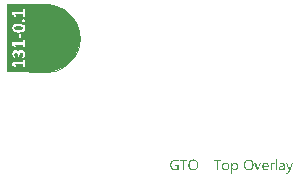
<source format=gto>
G04*
G04 #@! TF.GenerationSoftware,Altium Limited,Altium Designer,22.5.1 (42)*
G04*
G04 Layer_Color=65535*
%FSLAX44Y44*%
%MOMM*%
G71*
G04*
G04 #@! TF.SameCoordinates,4FFD5CCC-AD45-4947-A22B-06A3F304AFED*
G04*
G04*
G04 #@! TF.FilePolarity,Positive*
G04*
G01*
G75*
%ADD10C,0.0800*%
%ADD11C,0.0100*%
G36*
X34506Y28500D02*
X46815Y28500D01*
X48082Y28500D01*
X48082Y28500D01*
X48082Y28500D01*
X50243Y28500D01*
X54674Y27798D01*
X58940Y26412D01*
X62937Y24376D01*
X66567Y21739D01*
X69739Y18567D01*
X72375Y14937D01*
X74412Y10940D01*
X75798Y6674D01*
X76500Y2243D01*
X76500Y-2243D01*
X75798Y-6674D01*
X74412Y-10940D01*
X72375Y-14937D01*
X69739Y-18567D01*
X66567Y-21739D01*
X62937Y-24376D01*
X58940Y-26412D01*
X54674Y-27798D01*
X50243Y-28500D01*
X48082Y-28500D01*
X48082Y-28500D01*
X48071Y-28500D01*
X34506Y-28500D01*
X34506Y-28850D01*
X15000Y-28850D01*
X15000Y28850D01*
X34506Y28850D01*
X34506Y28500D01*
X34506Y28500D02*
G37*
G36*
X157874Y-102762D02*
X158000Y-102770D01*
X158149Y-102778D01*
X158306Y-102793D01*
X158486Y-102817D01*
X158675Y-102840D01*
X158871Y-102872D01*
X159075Y-102911D01*
X159279Y-102958D01*
X159483Y-103013D01*
X159687Y-103076D01*
X159891Y-103146D01*
X160079Y-103233D01*
X160079Y-104387D01*
X160064Y-104379D01*
X160032Y-104355D01*
X159970Y-104324D01*
X159891Y-104277D01*
X159781Y-104229D01*
X159656Y-104167D01*
X159514Y-104112D01*
X159350Y-104041D01*
X159177Y-103978D01*
X158981Y-103916D01*
X158769Y-103861D01*
X158541Y-103814D01*
X158298Y-103766D01*
X158047Y-103735D01*
X157788Y-103712D01*
X157513Y-103704D01*
X157450Y-103704D01*
X157372Y-103712D01*
X157262Y-103719D01*
X157136Y-103735D01*
X156987Y-103759D01*
X156822Y-103790D01*
X156642Y-103829D01*
X156454Y-103884D01*
X156257Y-103955D01*
X156053Y-104041D01*
X155841Y-104143D01*
X155637Y-104261D01*
X155441Y-104394D01*
X155245Y-104559D01*
X155056Y-104740D01*
X155049Y-104747D01*
X155017Y-104787D01*
X154970Y-104842D01*
X154907Y-104928D01*
X154837Y-105030D01*
X154750Y-105148D01*
X154664Y-105297D01*
X154578Y-105462D01*
X154491Y-105642D01*
X154405Y-105846D01*
X154319Y-106066D01*
X154248Y-106302D01*
X154185Y-106553D01*
X154138Y-106820D01*
X154107Y-107110D01*
X154099Y-107408D01*
X154099Y-107416D01*
X154099Y-107424D01*
X154099Y-107448D01*
X154099Y-107479D01*
X154099Y-107526D01*
X154107Y-107573D01*
X154115Y-107691D01*
X154122Y-107832D01*
X154146Y-107997D01*
X154170Y-108177D01*
X154209Y-108374D01*
X154256Y-108586D01*
X154319Y-108805D01*
X154389Y-109025D01*
X154476Y-109253D01*
X154578Y-109472D01*
X154695Y-109684D01*
X154829Y-109888D01*
X154986Y-110077D01*
X154994Y-110085D01*
X155025Y-110116D01*
X155080Y-110163D01*
X155151Y-110226D01*
X155237Y-110296D01*
X155347Y-110383D01*
X155472Y-110469D01*
X155622Y-110555D01*
X155786Y-110650D01*
X155967Y-110736D01*
X156163Y-110815D01*
X156383Y-110893D01*
X156610Y-110956D01*
X156862Y-111003D01*
X157121Y-111034D01*
X157403Y-111042D01*
X157505Y-111042D01*
X157576Y-111034D01*
X157670Y-111026D01*
X157772Y-111019D01*
X157890Y-111011D01*
X158023Y-110987D01*
X158157Y-110971D01*
X158306Y-110940D01*
X158604Y-110870D01*
X158761Y-110822D01*
X158910Y-110760D01*
X159059Y-110697D01*
X159208Y-110626D01*
X159208Y-108122D01*
X157254Y-108122D01*
X157254Y-107173D01*
X160260Y-107173D01*
X160260Y-111223D01*
X160244Y-111230D01*
X160197Y-111254D01*
X160127Y-111293D01*
X160025Y-111340D01*
X159899Y-111395D01*
X159750Y-111458D01*
X159577Y-111529D01*
X159381Y-111599D01*
X159169Y-111670D01*
X158934Y-111741D01*
X158690Y-111803D01*
X158431Y-111858D01*
X158157Y-111905D01*
X157866Y-111945D01*
X157576Y-111968D01*
X157270Y-111976D01*
X157183Y-111976D01*
X157144Y-111968D01*
X157089Y-111968D01*
X157026Y-111960D01*
X156956Y-111960D01*
X156791Y-111937D01*
X156603Y-111913D01*
X156398Y-111874D01*
X156171Y-111819D01*
X155928Y-111756D01*
X155676Y-111678D01*
X155417Y-111576D01*
X155158Y-111458D01*
X154899Y-111317D01*
X154648Y-111152D01*
X154405Y-110964D01*
X154177Y-110752D01*
X154162Y-110736D01*
X154130Y-110697D01*
X154067Y-110626D01*
X153997Y-110524D01*
X153903Y-110406D01*
X153808Y-110257D01*
X153699Y-110077D01*
X153589Y-109881D01*
X153479Y-109661D01*
X153369Y-109410D01*
X153275Y-109143D01*
X153181Y-108852D01*
X153110Y-108546D01*
X153047Y-108209D01*
X153016Y-107856D01*
X153000Y-107487D01*
X153000Y-107479D01*
X153000Y-107463D01*
X153000Y-107432D01*
X153000Y-107393D01*
X153008Y-107345D01*
X153008Y-107283D01*
X153016Y-107220D01*
X153024Y-107141D01*
X153032Y-107055D01*
X153039Y-106969D01*
X153071Y-106765D01*
X153110Y-106529D01*
X153165Y-106286D01*
X153236Y-106019D01*
X153322Y-105744D01*
X153424Y-105462D01*
X153549Y-105179D01*
X153706Y-104897D01*
X153879Y-104614D01*
X154083Y-104347D01*
X154311Y-104088D01*
X154326Y-104073D01*
X154374Y-104033D01*
X154444Y-103963D01*
X154546Y-103876D01*
X154680Y-103782D01*
X154829Y-103664D01*
X155009Y-103547D01*
X155221Y-103421D01*
X155449Y-103296D01*
X155700Y-103178D01*
X155967Y-103060D01*
X156265Y-102966D01*
X156579Y-102880D01*
X156909Y-102809D01*
X157262Y-102770D01*
X157631Y-102754D01*
X157772Y-102754D01*
X157874Y-102762D01*
X157874Y-102762D02*
G37*
G36*
X208074Y-105313D02*
X208160Y-105321D01*
X208262Y-105328D01*
X208380Y-105352D01*
X208513Y-105375D01*
X208662Y-105415D01*
X208811Y-105462D01*
X208968Y-105517D01*
X209125Y-105587D01*
X209290Y-105666D01*
X209447Y-105768D01*
X209596Y-105886D01*
X209746Y-106019D01*
X209879Y-106168D01*
X209887Y-106176D01*
X209910Y-106207D01*
X209942Y-106255D01*
X209989Y-106325D01*
X210036Y-106411D01*
X210099Y-106514D01*
X210161Y-106639D01*
X210224Y-106772D01*
X210287Y-106930D01*
X210350Y-107102D01*
X210413Y-107290D01*
X210460Y-107495D01*
X210507Y-107714D01*
X210538Y-107950D01*
X210562Y-108201D01*
X210570Y-108460D01*
X210570Y-108468D01*
X210570Y-108476D01*
X210570Y-108499D01*
X210570Y-108531D01*
X210562Y-108617D01*
X210554Y-108727D01*
X210546Y-108860D01*
X210530Y-109017D01*
X210507Y-109190D01*
X210475Y-109378D01*
X210428Y-109574D01*
X210381Y-109786D01*
X210318Y-109998D01*
X210240Y-110210D01*
X210154Y-110422D01*
X210051Y-110634D01*
X209926Y-110830D01*
X209792Y-111019D01*
X209785Y-111026D01*
X209753Y-111058D01*
X209714Y-111105D01*
X209651Y-111168D01*
X209573Y-111238D01*
X209479Y-111325D01*
X209361Y-111411D01*
X209235Y-111497D01*
X209094Y-111584D01*
X208929Y-111670D01*
X208757Y-111756D01*
X208568Y-111827D01*
X208364Y-111890D01*
X208144Y-111937D01*
X207909Y-111968D01*
X207666Y-111976D01*
X207611Y-111976D01*
X207548Y-111968D01*
X207461Y-111960D01*
X207360Y-111945D01*
X207242Y-111921D01*
X207108Y-111890D01*
X206959Y-111843D01*
X206810Y-111788D01*
X206653Y-111717D01*
X206496Y-111631D01*
X206331Y-111529D01*
X206174Y-111403D01*
X206025Y-111262D01*
X205884Y-111097D01*
X205751Y-110909D01*
X205727Y-110909D01*
X205727Y-114754D01*
X204707Y-114754D01*
X204707Y-105454D01*
X205727Y-105454D01*
X205727Y-106576D01*
X205751Y-106576D01*
X205758Y-106561D01*
X205790Y-106521D01*
X205829Y-106459D01*
X205892Y-106380D01*
X205970Y-106278D01*
X206064Y-106176D01*
X206182Y-106058D01*
X206308Y-105941D01*
X206457Y-105823D01*
X206622Y-105705D01*
X206802Y-105603D01*
X206998Y-105501D01*
X207210Y-105422D01*
X207446Y-105360D01*
X207689Y-105321D01*
X207956Y-105305D01*
X208011Y-105305D01*
X208074Y-105313D01*
X208074Y-105313D02*
G37*
G36*
X240928Y-105352D02*
X241014Y-105352D01*
X241108Y-105368D01*
X241210Y-105383D01*
X241313Y-105399D01*
X241399Y-105430D01*
X241399Y-106490D01*
X241383Y-106482D01*
X241352Y-106459D01*
X241289Y-106427D01*
X241203Y-106388D01*
X241085Y-106349D01*
X240959Y-106317D01*
X240802Y-106294D01*
X240622Y-106286D01*
X240559Y-106286D01*
X240512Y-106294D01*
X240457Y-106302D01*
X240394Y-106317D01*
X240245Y-106364D01*
X240159Y-106396D01*
X240072Y-106435D01*
X239978Y-106490D01*
X239884Y-106545D01*
X239798Y-106615D01*
X239704Y-106702D01*
X239617Y-106796D01*
X239531Y-106906D01*
X239523Y-106914D01*
X239515Y-106937D01*
X239492Y-106969D01*
X239460Y-107016D01*
X239429Y-107079D01*
X239390Y-107157D01*
X239350Y-107243D01*
X239311Y-107345D01*
X239272Y-107455D01*
X239233Y-107581D01*
X239193Y-107722D01*
X239162Y-107871D01*
X239131Y-108036D01*
X239107Y-108209D01*
X239099Y-108389D01*
X239091Y-108586D01*
X239091Y-111827D01*
X238071Y-111827D01*
X238071Y-105454D01*
X239091Y-105454D01*
X239091Y-106772D01*
X239115Y-106772D01*
X239115Y-106765D01*
X239123Y-106741D01*
X239139Y-106710D01*
X239154Y-106663D01*
X239178Y-106608D01*
X239209Y-106537D01*
X239280Y-106388D01*
X239374Y-106215D01*
X239492Y-106043D01*
X239625Y-105878D01*
X239782Y-105721D01*
X239790Y-105713D01*
X239806Y-105705D01*
X239829Y-105689D01*
X239860Y-105658D01*
X239900Y-105634D01*
X239955Y-105603D01*
X240072Y-105532D01*
X240222Y-105462D01*
X240394Y-105399D01*
X240583Y-105360D01*
X240685Y-105352D01*
X240787Y-105344D01*
X240849Y-105344D01*
X240928Y-105352D01*
X240928Y-105352D02*
G37*
G36*
X185234Y-108680D02*
X181836Y-108680D01*
X181836Y-107879D01*
X185234Y-107879D01*
X185234Y-108680D01*
X185234Y-108680D02*
G37*
G36*
X254216Y-112847D02*
X254216Y-112855D01*
X254208Y-112871D01*
X254192Y-112894D01*
X254176Y-112934D01*
X254161Y-112981D01*
X254137Y-113028D01*
X254074Y-113153D01*
X253988Y-113302D01*
X253894Y-113475D01*
X253776Y-113648D01*
X253643Y-113836D01*
X253493Y-114017D01*
X253329Y-114197D01*
X253148Y-114370D01*
X252952Y-114519D01*
X252740Y-114645D01*
X252630Y-114692D01*
X252512Y-114739D01*
X252395Y-114778D01*
X252269Y-114802D01*
X252144Y-114817D01*
X252010Y-114825D01*
X251947Y-114825D01*
X251869Y-114817D01*
X251775Y-114817D01*
X251673Y-114802D01*
X251563Y-114786D01*
X251445Y-114770D01*
X251343Y-114739D01*
X251343Y-113828D01*
X251359Y-113836D01*
X251398Y-113844D01*
X251461Y-113860D01*
X251539Y-113883D01*
X251633Y-113907D01*
X251735Y-113923D01*
X251845Y-113930D01*
X251947Y-113938D01*
X251979Y-113938D01*
X252018Y-113930D01*
X252073Y-113923D01*
X252136Y-113907D01*
X252214Y-113891D01*
X252293Y-113860D01*
X252387Y-113820D01*
X252473Y-113773D01*
X252575Y-113711D01*
X252669Y-113640D01*
X252764Y-113554D01*
X252858Y-113444D01*
X252952Y-113326D01*
X253030Y-113185D01*
X253109Y-113020D01*
X253619Y-111819D01*
X251131Y-105454D01*
X252261Y-105454D01*
X253988Y-110359D01*
X253988Y-110367D01*
X253996Y-110383D01*
X254004Y-110406D01*
X254019Y-110454D01*
X254035Y-110516D01*
X254051Y-110603D01*
X254082Y-110712D01*
X254114Y-110846D01*
X254153Y-110846D01*
X254153Y-110838D01*
X254161Y-110815D01*
X254168Y-110783D01*
X254184Y-110728D01*
X254200Y-110665D01*
X254216Y-110587D01*
X254247Y-110485D01*
X254278Y-110375D01*
X256091Y-105454D01*
X257143Y-105454D01*
X254216Y-112847D01*
X254216Y-112847D02*
G37*
G36*
X227774Y-111827D02*
X226769Y-111827D01*
X224359Y-105454D01*
X225474Y-105454D01*
X227099Y-110085D01*
X227099Y-110092D01*
X227107Y-110108D01*
X227114Y-110132D01*
X227130Y-110171D01*
X227146Y-110218D01*
X227162Y-110265D01*
X227193Y-110391D01*
X227232Y-110524D01*
X227271Y-110673D01*
X227295Y-110830D01*
X227318Y-110979D01*
X227342Y-110979D01*
X227342Y-110971D01*
X227342Y-110956D01*
X227350Y-110932D01*
X227358Y-110901D01*
X227358Y-110854D01*
X227373Y-110807D01*
X227389Y-110689D01*
X227421Y-110555D01*
X227452Y-110414D01*
X227499Y-110265D01*
X227546Y-110116D01*
X229233Y-105454D01*
X230309Y-105454D01*
X227774Y-111827D01*
X227774Y-111827D02*
G37*
G36*
X247999Y-105313D02*
X248055Y-105313D01*
X248109Y-105321D01*
X248180Y-105328D01*
X248258Y-105344D01*
X248423Y-105375D01*
X248620Y-105430D01*
X248816Y-105501D01*
X249028Y-105603D01*
X249240Y-105729D01*
X249342Y-105799D01*
X249444Y-105886D01*
X249538Y-105980D01*
X249632Y-106074D01*
X249718Y-106184D01*
X249797Y-106309D01*
X249875Y-106435D01*
X249946Y-106576D01*
X250001Y-106733D01*
X250056Y-106898D01*
X250095Y-107071D01*
X250126Y-107267D01*
X250142Y-107463D01*
X250150Y-107683D01*
X250150Y-111827D01*
X249130Y-111827D01*
X249130Y-110838D01*
X249106Y-110838D01*
X249098Y-110854D01*
X249075Y-110885D01*
X249035Y-110940D01*
X248981Y-111019D01*
X248910Y-111105D01*
X248824Y-111199D01*
X248729Y-111301D01*
X248612Y-111403D01*
X248478Y-111513D01*
X248337Y-111615D01*
X248172Y-111709D01*
X247999Y-111796D01*
X247803Y-111874D01*
X247599Y-111929D01*
X247379Y-111960D01*
X247144Y-111976D01*
X247050Y-111976D01*
X246987Y-111968D01*
X246909Y-111960D01*
X246814Y-111953D01*
X246712Y-111937D01*
X246602Y-111913D01*
X246359Y-111851D01*
X246241Y-111811D01*
X246116Y-111764D01*
X245990Y-111709D01*
X245873Y-111639D01*
X245763Y-111560D01*
X245653Y-111474D01*
X245645Y-111466D01*
X245629Y-111450D01*
X245606Y-111419D01*
X245567Y-111380D01*
X245527Y-111333D01*
X245488Y-111270D01*
X245433Y-111199D01*
X245386Y-111121D01*
X245339Y-111026D01*
X245292Y-110924D01*
X245245Y-110815D01*
X245205Y-110697D01*
X245166Y-110571D01*
X245143Y-110438D01*
X245127Y-110289D01*
X245119Y-110140D01*
X245119Y-110132D01*
X245119Y-110116D01*
X245119Y-110092D01*
X245127Y-110061D01*
X245127Y-110022D01*
X245135Y-109975D01*
X245151Y-109857D01*
X245182Y-109716D01*
X245229Y-109559D01*
X245292Y-109386D01*
X245386Y-109206D01*
X245496Y-109025D01*
X245629Y-108844D01*
X245716Y-108758D01*
X245802Y-108672D01*
X245904Y-108586D01*
X246006Y-108507D01*
X246124Y-108428D01*
X246249Y-108358D01*
X246383Y-108295D01*
X246532Y-108232D01*
X246689Y-108177D01*
X246854Y-108130D01*
X247034Y-108091D01*
X247222Y-108060D01*
X249130Y-107793D01*
X249130Y-107785D01*
X249130Y-107777D01*
X249130Y-107754D01*
X249130Y-107722D01*
X249122Y-107644D01*
X249106Y-107542D01*
X249090Y-107416D01*
X249059Y-107275D01*
X249020Y-107134D01*
X248965Y-106976D01*
X248894Y-106827D01*
X248808Y-106678D01*
X248706Y-106545D01*
X248580Y-106419D01*
X248423Y-106317D01*
X248251Y-106239D01*
X248157Y-106207D01*
X248047Y-106184D01*
X247937Y-106176D01*
X247819Y-106168D01*
X247764Y-106168D01*
X247709Y-106176D01*
X247623Y-106184D01*
X247521Y-106192D01*
X247403Y-106207D01*
X247270Y-106231D01*
X247128Y-106262D01*
X246971Y-106309D01*
X246807Y-106356D01*
X246634Y-106419D01*
X246453Y-106498D01*
X246273Y-106592D01*
X246092Y-106694D01*
X245912Y-106812D01*
X245739Y-106953D01*
X245739Y-105909D01*
X245747Y-105901D01*
X245778Y-105886D01*
X245833Y-105854D01*
X245904Y-105815D01*
X245998Y-105768D01*
X246100Y-105721D01*
X246226Y-105666D01*
X246367Y-105603D01*
X246516Y-105548D01*
X246681Y-105493D01*
X246861Y-105446D01*
X247050Y-105399D01*
X247254Y-105360D01*
X247458Y-105328D01*
X247678Y-105313D01*
X247905Y-105305D01*
X247960Y-105305D01*
X247999Y-105313D01*
X247999Y-105313D02*
G37*
G36*
X243526Y-111827D02*
X242505Y-111827D01*
X242505Y-102393D01*
X243526Y-102393D01*
X243526Y-111827D01*
X243526Y-111827D02*
G37*
G36*
X195971Y-103853D02*
X193397Y-103853D01*
X193397Y-111827D01*
X192353Y-111827D01*
X192353Y-103853D01*
X189779Y-103853D01*
X189779Y-102903D01*
X195971Y-102903D01*
X195971Y-103853D01*
X195971Y-103853D02*
G37*
G36*
X167606Y-103853D02*
X165032Y-103853D01*
X165032Y-111827D01*
X163988Y-111827D01*
X163988Y-103853D01*
X161414Y-103853D01*
X161414Y-102903D01*
X167606Y-102903D01*
X167606Y-103853D01*
X167606Y-103853D02*
G37*
G36*
X234029Y-105313D02*
X234115Y-105321D01*
X234225Y-105328D01*
X234343Y-105344D01*
X234476Y-105375D01*
X234618Y-105407D01*
X234775Y-105446D01*
X234932Y-105501D01*
X235089Y-105572D01*
X235253Y-105650D01*
X235410Y-105744D01*
X235560Y-105854D01*
X235709Y-105980D01*
X235842Y-106121D01*
X235850Y-106129D01*
X235873Y-106160D01*
X235905Y-106207D01*
X235952Y-106270D01*
X235999Y-106349D01*
X236062Y-106451D01*
X236125Y-106568D01*
X236187Y-106702D01*
X236250Y-106859D01*
X236313Y-107024D01*
X236376Y-107212D01*
X236423Y-107408D01*
X236470Y-107628D01*
X236501Y-107856D01*
X236525Y-108107D01*
X236533Y-108366D01*
X236533Y-108899D01*
X232028Y-108899D01*
X232028Y-108915D01*
X232028Y-108947D01*
X232036Y-109002D01*
X232043Y-109072D01*
X232051Y-109166D01*
X232067Y-109268D01*
X232083Y-109378D01*
X232114Y-109504D01*
X232185Y-109771D01*
X232232Y-109904D01*
X232287Y-110045D01*
X232349Y-110179D01*
X232420Y-110312D01*
X232506Y-110430D01*
X232601Y-110548D01*
X232608Y-110555D01*
X232624Y-110571D01*
X232656Y-110603D01*
X232703Y-110634D01*
X232757Y-110681D01*
X232828Y-110728D01*
X232907Y-110783D01*
X232993Y-110830D01*
X233095Y-110885D01*
X233213Y-110940D01*
X233330Y-110987D01*
X233472Y-111034D01*
X233613Y-111066D01*
X233770Y-111097D01*
X233935Y-111113D01*
X234107Y-111121D01*
X234155Y-111121D01*
X234209Y-111113D01*
X234288Y-111113D01*
X234382Y-111097D01*
X234492Y-111081D01*
X234618Y-111058D01*
X234759Y-111034D01*
X234908Y-110995D01*
X235065Y-110948D01*
X235230Y-110893D01*
X235395Y-110822D01*
X235567Y-110744D01*
X235740Y-110650D01*
X235913Y-110540D01*
X236085Y-110414D01*
X236085Y-111372D01*
X236077Y-111380D01*
X236046Y-111395D01*
X235999Y-111427D01*
X235936Y-111466D01*
X235850Y-111513D01*
X235748Y-111560D01*
X235630Y-111615D01*
X235497Y-111670D01*
X235340Y-111733D01*
X235175Y-111788D01*
X234994Y-111835D01*
X234798Y-111882D01*
X234586Y-111921D01*
X234359Y-111953D01*
X234115Y-111968D01*
X233864Y-111976D01*
X233801Y-111976D01*
X233739Y-111968D01*
X233644Y-111960D01*
X233527Y-111953D01*
X233393Y-111929D01*
X233252Y-111905D01*
X233095Y-111866D01*
X232930Y-111819D01*
X232757Y-111764D01*
X232577Y-111694D01*
X232404Y-111615D01*
X232224Y-111513D01*
X232059Y-111395D01*
X231894Y-111262D01*
X231745Y-111113D01*
X231737Y-111105D01*
X231714Y-111074D01*
X231674Y-111019D01*
X231627Y-110948D01*
X231565Y-110862D01*
X231502Y-110752D01*
X231431Y-110626D01*
X231360Y-110477D01*
X231290Y-110320D01*
X231219Y-110132D01*
X231156Y-109936D01*
X231094Y-109716D01*
X231047Y-109480D01*
X231007Y-109229D01*
X230984Y-108954D01*
X230976Y-108672D01*
X230976Y-108664D01*
X230976Y-108656D01*
X230976Y-108633D01*
X230976Y-108609D01*
X230984Y-108531D01*
X230992Y-108421D01*
X231000Y-108295D01*
X231023Y-108154D01*
X231047Y-107989D01*
X231078Y-107809D01*
X231125Y-107620D01*
X231180Y-107424D01*
X231251Y-107220D01*
X231329Y-107016D01*
X231423Y-106820D01*
X231541Y-106615D01*
X231667Y-106427D01*
X231816Y-106247D01*
X231824Y-106239D01*
X231855Y-106207D01*
X231902Y-106160D01*
X231965Y-106097D01*
X232051Y-106027D01*
X232153Y-105948D01*
X232263Y-105862D01*
X232397Y-105776D01*
X232538Y-105689D01*
X232703Y-105603D01*
X232875Y-105525D01*
X233056Y-105454D01*
X233252Y-105391D01*
X233464Y-105344D01*
X233684Y-105313D01*
X233911Y-105305D01*
X233966Y-105305D01*
X234029Y-105313D01*
X234029Y-105313D02*
G37*
G36*
X219705Y-102762D02*
X219760Y-102762D01*
X219815Y-102770D01*
X219886Y-102770D01*
X220043Y-102793D01*
X220223Y-102817D01*
X220427Y-102856D01*
X220647Y-102911D01*
X220875Y-102974D01*
X221118Y-103060D01*
X221361Y-103162D01*
X221612Y-103280D01*
X221864Y-103421D01*
X222099Y-103586D01*
X222335Y-103782D01*
X222554Y-104002D01*
X222570Y-104018D01*
X222602Y-104057D01*
X222656Y-104128D01*
X222735Y-104229D01*
X222813Y-104355D01*
X222915Y-104504D01*
X223017Y-104677D01*
X223120Y-104873D01*
X223221Y-105101D01*
X223323Y-105344D01*
X223426Y-105611D01*
X223512Y-105901D01*
X223582Y-106215D01*
X223638Y-106545D01*
X223669Y-106890D01*
X223685Y-107259D01*
X223685Y-107267D01*
X223685Y-107283D01*
X223685Y-107314D01*
X223685Y-107353D01*
X223677Y-107408D01*
X223677Y-107471D01*
X223669Y-107542D01*
X223669Y-107620D01*
X223661Y-107706D01*
X223653Y-107801D01*
X223622Y-108013D01*
X223590Y-108256D01*
X223543Y-108507D01*
X223480Y-108782D01*
X223402Y-109064D01*
X223308Y-109347D01*
X223198Y-109637D01*
X223064Y-109920D01*
X222908Y-110202D01*
X222727Y-110461D01*
X222523Y-110712D01*
X222507Y-110728D01*
X222468Y-110767D01*
X222405Y-110830D01*
X222311Y-110909D01*
X222193Y-111003D01*
X222052Y-111113D01*
X221895Y-111223D01*
X221707Y-111340D01*
X221495Y-111458D01*
X221259Y-111576D01*
X221008Y-111686D01*
X220734Y-111780D01*
X220435Y-111858D01*
X220121Y-111921D01*
X219784Y-111960D01*
X219431Y-111976D01*
X219344Y-111976D01*
X219305Y-111968D01*
X219250Y-111968D01*
X219187Y-111960D01*
X219117Y-111953D01*
X218952Y-111937D01*
X218771Y-111913D01*
X218559Y-111874D01*
X218340Y-111819D01*
X218096Y-111756D01*
X217853Y-111670D01*
X217602Y-111568D01*
X217343Y-111450D01*
X217092Y-111309D01*
X216848Y-111136D01*
X216605Y-110948D01*
X216385Y-110728D01*
X216370Y-110712D01*
X216338Y-110673D01*
X216283Y-110603D01*
X216205Y-110501D01*
X216119Y-110375D01*
X216024Y-110226D01*
X215922Y-110053D01*
X215820Y-109849D01*
X215710Y-109629D01*
X215608Y-109386D01*
X215514Y-109119D01*
X215428Y-108829D01*
X215349Y-108515D01*
X215294Y-108185D01*
X215263Y-107840D01*
X215247Y-107471D01*
X215247Y-107463D01*
X215247Y-107448D01*
X215247Y-107416D01*
X215247Y-107377D01*
X215255Y-107322D01*
X215255Y-107267D01*
X215263Y-107196D01*
X215263Y-107118D01*
X215271Y-107031D01*
X215287Y-106930D01*
X215310Y-106725D01*
X215341Y-106490D01*
X215396Y-106239D01*
X215451Y-105964D01*
X215530Y-105689D01*
X215624Y-105407D01*
X215734Y-105116D01*
X215867Y-104834D01*
X216024Y-104559D01*
X216205Y-104292D01*
X216409Y-104041D01*
X216425Y-104025D01*
X216464Y-103986D01*
X216527Y-103923D01*
X216621Y-103837D01*
X216739Y-103743D01*
X216888Y-103633D01*
X217052Y-103515D01*
X217241Y-103398D01*
X217461Y-103280D01*
X217696Y-103162D01*
X217955Y-103052D01*
X218238Y-102958D01*
X218544Y-102872D01*
X218866Y-102809D01*
X219211Y-102770D01*
X219580Y-102754D01*
X219658Y-102754D01*
X219705Y-102762D01*
X219705Y-102762D02*
G37*
G36*
X200186Y-105313D02*
X200288Y-105321D01*
X200406Y-105328D01*
X200547Y-105352D01*
X200696Y-105375D01*
X200861Y-105415D01*
X201041Y-105462D01*
X201222Y-105517D01*
X201402Y-105587D01*
X201591Y-105674D01*
X201771Y-105776D01*
X201952Y-105893D01*
X202117Y-106027D01*
X202274Y-106184D01*
X202281Y-106192D01*
X202305Y-106223D01*
X202344Y-106278D01*
X202399Y-106349D01*
X202462Y-106435D01*
X202525Y-106545D01*
X202603Y-106670D01*
X202674Y-106820D01*
X202752Y-106984D01*
X202823Y-107165D01*
X202886Y-107361D01*
X202949Y-107581D01*
X203004Y-107816D01*
X203043Y-108068D01*
X203066Y-108334D01*
X203074Y-108617D01*
X203074Y-108625D01*
X203074Y-108633D01*
X203074Y-108656D01*
X203074Y-108687D01*
X203066Y-108766D01*
X203058Y-108868D01*
X203051Y-109002D01*
X203027Y-109151D01*
X203004Y-109315D01*
X202964Y-109496D01*
X202917Y-109684D01*
X202862Y-109888D01*
X202792Y-110092D01*
X202713Y-110296D01*
X202611Y-110501D01*
X202493Y-110697D01*
X202360Y-110885D01*
X202211Y-111066D01*
X202203Y-111074D01*
X202172Y-111105D01*
X202125Y-111152D01*
X202054Y-111207D01*
X201968Y-111278D01*
X201866Y-111356D01*
X201740Y-111434D01*
X201599Y-111521D01*
X201442Y-111607D01*
X201269Y-111686D01*
X201081Y-111764D01*
X200877Y-111835D01*
X200649Y-111890D01*
X200413Y-111937D01*
X200170Y-111968D01*
X199903Y-111976D01*
X199841Y-111976D01*
X199770Y-111968D01*
X199668Y-111960D01*
X199550Y-111953D01*
X199409Y-111929D01*
X199260Y-111905D01*
X199095Y-111866D01*
X198914Y-111819D01*
X198734Y-111756D01*
X198545Y-111686D01*
X198357Y-111599D01*
X198169Y-111497D01*
X197980Y-111380D01*
X197808Y-111246D01*
X197643Y-111089D01*
X197635Y-111081D01*
X197604Y-111050D01*
X197564Y-110995D01*
X197509Y-110924D01*
X197447Y-110838D01*
X197376Y-110728D01*
X197305Y-110603D01*
X197227Y-110454D01*
X197148Y-110296D01*
X197070Y-110116D01*
X196999Y-109920D01*
X196936Y-109708D01*
X196882Y-109488D01*
X196842Y-109245D01*
X196811Y-108986D01*
X196803Y-108719D01*
X196803Y-108711D01*
X196803Y-108703D01*
X196803Y-108680D01*
X196803Y-108648D01*
X196811Y-108562D01*
X196819Y-108452D01*
X196827Y-108319D01*
X196850Y-108162D01*
X196874Y-107989D01*
X196913Y-107801D01*
X196960Y-107604D01*
X197015Y-107400D01*
X197086Y-107189D01*
X197172Y-106976D01*
X197274Y-106772D01*
X197384Y-106576D01*
X197517Y-106388D01*
X197674Y-106207D01*
X197682Y-106200D01*
X197714Y-106168D01*
X197768Y-106121D01*
X197839Y-106066D01*
X197925Y-105996D01*
X198035Y-105925D01*
X198161Y-105838D01*
X198302Y-105752D01*
X198459Y-105674D01*
X198640Y-105587D01*
X198836Y-105517D01*
X199048Y-105446D01*
X199275Y-105391D01*
X199519Y-105344D01*
X199778Y-105313D01*
X200052Y-105305D01*
X200115Y-105305D01*
X200186Y-105313D01*
X200186Y-105313D02*
G37*
G36*
X172881Y-102762D02*
X172936Y-102762D01*
X172990Y-102770D01*
X173061Y-102770D01*
X173218Y-102793D01*
X173399Y-102817D01*
X173603Y-102856D01*
X173822Y-102911D01*
X174050Y-102974D01*
X174293Y-103060D01*
X174537Y-103162D01*
X174788Y-103280D01*
X175039Y-103421D01*
X175274Y-103586D01*
X175510Y-103782D01*
X175730Y-104002D01*
X175745Y-104018D01*
X175777Y-104057D01*
X175832Y-104128D01*
X175910Y-104229D01*
X175989Y-104355D01*
X176091Y-104504D01*
X176193Y-104677D01*
X176295Y-104873D01*
X176397Y-105101D01*
X176499Y-105344D01*
X176601Y-105611D01*
X176687Y-105901D01*
X176758Y-106215D01*
X176813Y-106545D01*
X176844Y-106890D01*
X176860Y-107259D01*
X176860Y-107267D01*
X176860Y-107283D01*
X176860Y-107314D01*
X176860Y-107353D01*
X176852Y-107408D01*
X176852Y-107471D01*
X176844Y-107542D01*
X176844Y-107620D01*
X176836Y-107706D01*
X176828Y-107801D01*
X176797Y-108013D01*
X176766Y-108256D01*
X176719Y-108507D01*
X176656Y-108782D01*
X176577Y-109064D01*
X176483Y-109347D01*
X176373Y-109637D01*
X176240Y-109920D01*
X176083Y-110202D01*
X175902Y-110461D01*
X175698Y-110712D01*
X175683Y-110728D01*
X175643Y-110767D01*
X175581Y-110830D01*
X175486Y-110909D01*
X175369Y-111003D01*
X175227Y-111113D01*
X175070Y-111223D01*
X174882Y-111340D01*
X174670Y-111458D01*
X174435Y-111576D01*
X174183Y-111686D01*
X173909Y-111780D01*
X173610Y-111858D01*
X173297Y-111921D01*
X172959Y-111960D01*
X172606Y-111976D01*
X172519Y-111976D01*
X172480Y-111968D01*
X172425Y-111968D01*
X172363Y-111960D01*
X172292Y-111953D01*
X172127Y-111937D01*
X171947Y-111913D01*
X171735Y-111874D01*
X171515Y-111819D01*
X171272Y-111756D01*
X171028Y-111670D01*
X170777Y-111568D01*
X170518Y-111450D01*
X170267Y-111309D01*
X170024Y-111136D01*
X169780Y-110948D01*
X169561Y-110728D01*
X169545Y-110712D01*
X169513Y-110673D01*
X169459Y-110603D01*
X169380Y-110501D01*
X169294Y-110375D01*
X169200Y-110226D01*
X169098Y-110053D01*
X168995Y-109849D01*
X168886Y-109629D01*
X168784Y-109386D01*
X168689Y-109119D01*
X168603Y-108829D01*
X168525Y-108515D01*
X168470Y-108185D01*
X168438Y-107840D01*
X168423Y-107471D01*
X168423Y-107463D01*
X168423Y-107448D01*
X168423Y-107416D01*
X168423Y-107377D01*
X168430Y-107322D01*
X168430Y-107267D01*
X168438Y-107196D01*
X168438Y-107118D01*
X168446Y-107031D01*
X168462Y-106930D01*
X168485Y-106725D01*
X168517Y-106490D01*
X168572Y-106239D01*
X168627Y-105964D01*
X168705Y-105689D01*
X168799Y-105407D01*
X168909Y-105116D01*
X169043Y-104834D01*
X169200Y-104559D01*
X169380Y-104292D01*
X169584Y-104041D01*
X169600Y-104025D01*
X169639Y-103986D01*
X169702Y-103923D01*
X169796Y-103837D01*
X169914Y-103743D01*
X170063Y-103633D01*
X170228Y-103515D01*
X170416Y-103398D01*
X170636Y-103280D01*
X170871Y-103162D01*
X171130Y-103052D01*
X171413Y-102958D01*
X171719Y-102872D01*
X172041Y-102809D01*
X172386Y-102770D01*
X172755Y-102754D01*
X172833Y-102754D01*
X172881Y-102762D01*
X172881Y-102762D02*
G37*
%LPC*%
G36*
X29256Y24450D02*
X28969Y24450D01*
X28904Y24441D01*
X28849Y24441D01*
X28803Y24432D01*
X28775Y24432D01*
X28756Y24422D01*
X28747Y24422D01*
X28646Y24404D01*
X28562Y24385D01*
X28516Y24367D01*
X28498Y24358D01*
X28433Y24330D01*
X28387Y24293D01*
X28359Y24265D01*
X28350Y24256D01*
X28322Y24210D01*
X28313Y24173D01*
X28303Y24136D01*
X28303Y22444D01*
X19770Y22444D01*
X19724Y22434D01*
X19677Y22425D01*
X19659Y22416D01*
X19650Y22407D01*
X19622Y22379D01*
X19594Y22333D01*
X19585Y22296D01*
X19576Y22287D01*
X19576Y22277D01*
X19566Y22240D01*
X19557Y22194D01*
X19548Y22102D01*
X19539Y22055D01*
X19539Y21991D01*
X19529Y21917D01*
X19529Y21834D01*
X19520Y21686D01*
X19520Y24450D01*
X19520Y24450D01*
X19520Y24450D01*
X19520Y18098D01*
X19520Y21214D01*
X19529Y21168D01*
X19529Y21001D01*
X19539Y20918D01*
X19548Y20872D01*
X19548Y20854D01*
X19557Y20789D01*
X19566Y20742D01*
X19576Y20705D01*
X19576Y20696D01*
X19594Y20659D01*
X19613Y20622D01*
X19622Y20604D01*
X19631Y20595D01*
X21064Y18385D01*
X21110Y18320D01*
X21147Y18265D01*
X21175Y18237D01*
X21184Y18228D01*
X21231Y18191D01*
X21277Y18163D01*
X21314Y18145D01*
X21332Y18135D01*
X21397Y18117D01*
X21471Y18108D01*
X21526Y18098D01*
X19520Y18098D01*
X22053Y18098D01*
X22137Y18108D01*
X22201Y18108D01*
X22257Y18108D01*
X22294Y18117D01*
X22322Y18117D01*
X22331Y18117D01*
X22386Y18126D01*
X22432Y18145D01*
X22506Y18172D01*
X22553Y18200D01*
X22562Y18209D01*
X22599Y18265D01*
X22608Y18320D01*
X22608Y18385D01*
X22580Y18487D01*
X22543Y18579D01*
X22525Y18625D01*
X22516Y18662D01*
X22497Y18681D01*
X22497Y18690D01*
X21582Y20354D01*
X28303Y20354D01*
X28303Y18422D01*
X28313Y18366D01*
X28322Y18329D01*
X28340Y18302D01*
X28350Y18292D01*
X28396Y18255D01*
X28442Y18218D01*
X28479Y18200D01*
X28488Y18191D01*
X28498Y18191D01*
X28572Y18163D01*
X28655Y18154D01*
X28692Y18145D01*
X28719Y18135D01*
X28738Y18135D01*
X28747Y18135D01*
X28867Y18126D01*
X28988Y18117D01*
X29043Y18117D01*
X29089Y18117D01*
X29117Y18117D01*
X29126Y18117D01*
X29274Y18117D01*
X29339Y18126D01*
X29394Y18126D01*
X29441Y18126D01*
X29478Y18135D01*
X29496Y18135D01*
X29505Y18135D01*
X29607Y18154D01*
X29690Y18182D01*
X29736Y18191D01*
X29755Y18200D01*
X29811Y18237D01*
X29857Y18265D01*
X29875Y18292D01*
X29884Y18302D01*
X29903Y18348D01*
X29912Y18385D01*
X29921Y18413D01*
X29921Y24126D01*
X29912Y24182D01*
X29903Y24219D01*
X29894Y24247D01*
X29884Y24256D01*
X29848Y24293D01*
X29801Y24321D01*
X29773Y24339D01*
X29755Y24348D01*
X29681Y24376D01*
X29598Y24404D01*
X29561Y24413D01*
X29533Y24413D01*
X29515Y24422D01*
X29505Y24422D01*
X29376Y24441D01*
X29256Y24450D01*
X29256Y24450D02*
G37*
G36*
X30023Y15916D02*
X27555Y15916D01*
X28646Y15916D01*
X28525Y15907D01*
X28424Y15889D01*
X28322Y15879D01*
X28239Y15861D01*
X28156Y15833D01*
X28026Y15787D01*
X27934Y15741D01*
X27860Y15694D01*
X27823Y15667D01*
X27813Y15657D01*
X27767Y15602D01*
X27730Y15546D01*
X27666Y15408D01*
X27619Y15260D01*
X27582Y15103D01*
X27564Y14964D01*
X27564Y14908D01*
X27555Y14853D01*
X27555Y14622D01*
X27564Y14511D01*
X27592Y14308D01*
X27638Y14150D01*
X27684Y14021D01*
X27730Y13919D01*
X27776Y13855D01*
X27804Y13808D01*
X27813Y13799D01*
X27869Y13753D01*
X27934Y13716D01*
X28082Y13651D01*
X28248Y13605D01*
X28414Y13577D01*
X28572Y13559D01*
X28636Y13549D01*
X28701Y13540D01*
X27555Y13540D01*
X30023Y13540D01*
X30023Y14844D01*
X30014Y14955D01*
X29995Y15057D01*
X29986Y15158D01*
X29940Y15315D01*
X29894Y15445D01*
X29857Y15537D01*
X29811Y15611D01*
X29783Y15648D01*
X29773Y15657D01*
X29718Y15704D01*
X29653Y15741D01*
X29505Y15805D01*
X29339Y15852D01*
X29172Y15889D01*
X29025Y15907D01*
X28951Y15907D01*
X28895Y15916D01*
X30023Y15916D01*
X30023Y15916D02*
G37*
G36*
X30106Y12098D02*
X30106Y12098D01*
X30106Y8298D01*
X30088Y8677D01*
X30069Y8853D01*
X30051Y9019D01*
X30023Y9167D01*
X29986Y9315D01*
X29958Y9454D01*
X29921Y9574D01*
X29884Y9685D01*
X29857Y9777D01*
X29820Y9860D01*
X29792Y9934D01*
X29773Y9990D01*
X29755Y10027D01*
X29736Y10055D01*
X29736Y10064D01*
X29579Y10323D01*
X29404Y10554D01*
X29228Y10757D01*
X29052Y10924D01*
X28895Y11062D01*
X28830Y11109D01*
X28766Y11155D01*
X28719Y11192D01*
X28682Y11220D01*
X28664Y11229D01*
X28655Y11238D01*
X28377Y11395D01*
X28091Y11534D01*
X27804Y11645D01*
X27536Y11737D01*
X27416Y11774D01*
X27305Y11802D01*
X27203Y11830D01*
X27120Y11858D01*
X27046Y11876D01*
X27000Y11885D01*
X26963Y11895D01*
X26954Y11895D01*
X26574Y11959D01*
X26186Y12015D01*
X25807Y12052D01*
X25631Y12061D01*
X25456Y12070D01*
X25308Y12079D01*
X25160Y12089D01*
X25031Y12089D01*
X24929Y12098D01*
X19400Y12098D01*
X24716Y12098D01*
X24263Y12089D01*
X24051Y12079D01*
X23838Y12070D01*
X23644Y12061D01*
X23459Y12042D01*
X23292Y12033D01*
X23135Y12015D01*
X22987Y11996D01*
X22867Y11987D01*
X22756Y11968D01*
X22664Y11959D01*
X22590Y11950D01*
X22534Y11941D01*
X22497Y11931D01*
X22488Y11931D01*
X22127Y11867D01*
X21970Y11820D01*
X21813Y11774D01*
X21665Y11728D01*
X21526Y11682D01*
X21397Y11636D01*
X21277Y11589D01*
X21175Y11543D01*
X21083Y11506D01*
X20999Y11469D01*
X20935Y11432D01*
X20889Y11404D01*
X20842Y11386D01*
X20824Y11377D01*
X20814Y11367D01*
X20574Y11201D01*
X20361Y11025D01*
X20186Y10841D01*
X20038Y10665D01*
X19918Y10498D01*
X19871Y10434D01*
X19835Y10378D01*
X19807Y10323D01*
X19788Y10286D01*
X19770Y10267D01*
X19770Y10258D01*
X19650Y9981D01*
X19557Y9694D01*
X19492Y9398D01*
X19446Y9121D01*
X19428Y8991D01*
X19418Y8871D01*
X19409Y8770D01*
X19409Y8677D01*
X19400Y8603D01*
X19400Y8501D01*
X19418Y8131D01*
X19437Y7956D01*
X19455Y7789D01*
X19483Y7632D01*
X19520Y7484D01*
X19557Y7355D01*
X19585Y7235D01*
X19622Y7124D01*
X19659Y7022D01*
X19686Y6939D01*
X19724Y6865D01*
X19742Y6809D01*
X19761Y6772D01*
X19779Y6745D01*
X19779Y6735D01*
X19936Y6477D01*
X20112Y6245D01*
X20287Y6051D01*
X20463Y5876D01*
X20620Y5746D01*
X20685Y5691D01*
X20740Y5644D01*
X20796Y5608D01*
X20833Y5580D01*
X20852Y5570D01*
X20861Y5561D01*
X21138Y5404D01*
X21425Y5275D01*
X21711Y5164D01*
X21979Y5071D01*
X22100Y5034D01*
X22211Y5006D01*
X22312Y4979D01*
X22405Y4951D01*
X22469Y4933D01*
X22525Y4923D01*
X22562Y4914D01*
X22571Y4914D01*
X22950Y4849D01*
X23339Y4794D01*
X23718Y4757D01*
X23893Y4748D01*
X24060Y4738D01*
X24217Y4729D01*
X24356Y4720D01*
X24485Y4720D01*
X24587Y4711D01*
X30106Y4711D01*
X30106Y12098D01*
X30106Y12098D02*
G37*
G36*
X26732Y3786D02*
X25086Y3786D01*
X25086Y-282D01*
X25086Y88D01*
X25095Y23D01*
X25114Y-42D01*
X25141Y-88D01*
X25178Y-125D01*
X25243Y-180D01*
X25262Y-190D01*
X25271Y-199D01*
X25354Y-226D01*
X25447Y-245D01*
X25659Y-273D01*
X25752Y-273D01*
X25835Y-282D01*
X26066Y-282D01*
X26195Y-273D01*
X26306Y-254D01*
X26399Y-236D01*
X26464Y-226D01*
X26510Y-208D01*
X26537Y-199D01*
X26547Y-199D01*
X26611Y-162D01*
X26658Y-116D01*
X26686Y-69D01*
X26704Y-23D01*
X26723Y23D01*
X26732Y60D01*
X26732Y-180D01*
X26732Y3416D01*
X26723Y3481D01*
X26704Y3536D01*
X26639Y3629D01*
X26584Y3675D01*
X26565Y3694D01*
X26556Y3694D01*
X26473Y3721D01*
X26380Y3749D01*
X26158Y3777D01*
X26066Y3786D01*
X26732Y3786D01*
X26732Y3786D02*
G37*
G36*
X29256Y-1512D02*
X28969Y-1512D01*
X28904Y-1521D01*
X28849Y-1521D01*
X28803Y-1530D01*
X28775Y-1530D01*
X28756Y-1539D01*
X28747Y-1539D01*
X28646Y-1558D01*
X28562Y-1576D01*
X28516Y-1595D01*
X28498Y-1604D01*
X28433Y-1632D01*
X28387Y-1669D01*
X28359Y-1697D01*
X28350Y-1706D01*
X28322Y-1752D01*
X28313Y-1789D01*
X28303Y-1826D01*
X28303Y-3518D01*
X19770Y-3518D01*
X19724Y-3527D01*
X19677Y-3536D01*
X19659Y-3546D01*
X19650Y-3555D01*
X19622Y-3583D01*
X19594Y-3629D01*
X19585Y-3666D01*
X19576Y-3675D01*
X19576Y-3684D01*
X19566Y-3721D01*
X19557Y-3768D01*
X19548Y-3860D01*
X19539Y-3906D01*
X19539Y-3971D01*
X19529Y-4045D01*
X19529Y-4128D01*
X19520Y-4276D01*
X19520Y-1512D01*
X19520Y-1512D01*
X19520Y-1512D01*
X19520Y-7863D01*
X19520Y-7863D01*
X19520Y-4748D01*
X19529Y-4794D01*
X19529Y-4960D01*
X19539Y-5044D01*
X19548Y-5090D01*
X19548Y-5108D01*
X19557Y-5173D01*
X19566Y-5219D01*
X19576Y-5256D01*
X19576Y-5265D01*
X19594Y-5302D01*
X19613Y-5339D01*
X19622Y-5358D01*
X19631Y-5367D01*
X21064Y-7577D01*
X21110Y-7642D01*
X21147Y-7697D01*
X21175Y-7725D01*
X21184Y-7734D01*
X21231Y-7771D01*
X21277Y-7799D01*
X21314Y-7817D01*
X21332Y-7826D01*
X21397Y-7845D01*
X21471Y-7854D01*
X21526Y-7863D01*
X19520Y-7863D01*
X22053Y-7863D01*
X22137Y-7854D01*
X22201Y-7854D01*
X22257Y-7854D01*
X22294Y-7845D01*
X22322Y-7845D01*
X22331Y-7845D01*
X22386Y-7836D01*
X22432Y-7817D01*
X22506Y-7789D01*
X22553Y-7762D01*
X22562Y-7752D01*
X22599Y-7697D01*
X22608Y-7642D01*
X22608Y-7577D01*
X22580Y-7475D01*
X22543Y-7383D01*
X22525Y-7336D01*
X22516Y-7299D01*
X22497Y-7281D01*
X22497Y-7272D01*
X21582Y-5608D01*
X28303Y-5608D01*
X28303Y-7540D01*
X28313Y-7595D01*
X28322Y-7632D01*
X28340Y-7660D01*
X28350Y-7669D01*
X28396Y-7706D01*
X28442Y-7743D01*
X28479Y-7762D01*
X28488Y-7771D01*
X28498Y-7771D01*
X28572Y-7799D01*
X28655Y-7808D01*
X28692Y-7817D01*
X28719Y-7826D01*
X28738Y-7826D01*
X28747Y-7826D01*
X28867Y-7836D01*
X28988Y-7845D01*
X29043Y-7845D01*
X29089Y-7845D01*
X29117Y-7845D01*
X29126Y-7845D01*
X29274Y-7845D01*
X29339Y-7836D01*
X29394Y-7836D01*
X29441Y-7836D01*
X29478Y-7826D01*
X29496Y-7826D01*
X29505Y-7826D01*
X29607Y-7808D01*
X29690Y-7780D01*
X29736Y-7771D01*
X29755Y-7762D01*
X29811Y-7725D01*
X29857Y-7697D01*
X29875Y-7669D01*
X29884Y-7660D01*
X29903Y-7614D01*
X29912Y-7577D01*
X29921Y-7549D01*
X29921Y-1835D01*
X29912Y-1780D01*
X29903Y-1743D01*
X29894Y-1715D01*
X29884Y-1706D01*
X29848Y-1669D01*
X29801Y-1641D01*
X29773Y-1623D01*
X29755Y-1613D01*
X29681Y-1586D01*
X29598Y-1558D01*
X29561Y-1549D01*
X29533Y-1549D01*
X29515Y-1539D01*
X29505Y-1539D01*
X29376Y-1521D01*
X29256Y-1512D01*
X29256Y-1512D02*
G37*
G36*
X27028Y-9759D02*
X26898Y-9759D01*
X26732Y-9768D01*
X26565Y-9786D01*
X26427Y-9814D01*
X26297Y-9842D01*
X26186Y-9870D01*
X26103Y-9897D01*
X26057Y-9916D01*
X26038Y-9925D01*
X25890Y-9990D01*
X25752Y-10064D01*
X25631Y-10138D01*
X25521Y-10212D01*
X25437Y-10286D01*
X25373Y-10341D01*
X25336Y-10378D01*
X25317Y-10387D01*
X25197Y-10508D01*
X25095Y-10628D01*
X25003Y-10748D01*
X24929Y-10859D01*
X24864Y-10961D01*
X24818Y-11044D01*
X24790Y-11099D01*
X24781Y-11109D01*
X24781Y-11118D01*
X24707Y-11284D01*
X24651Y-11451D01*
X24596Y-11608D01*
X24559Y-11765D01*
X24531Y-11895D01*
X24513Y-11996D01*
X24513Y-12033D01*
X24504Y-12061D01*
X24504Y-12089D01*
X24476Y-12089D01*
X24430Y-11922D01*
X24374Y-11765D01*
X24319Y-11626D01*
X24263Y-11515D01*
X24217Y-11414D01*
X24180Y-11349D01*
X24152Y-11303D01*
X24143Y-11284D01*
X24060Y-11155D01*
X23967Y-11044D01*
X23875Y-10942D01*
X23792Y-10859D01*
X23718Y-10794D01*
X23662Y-10739D01*
X23616Y-10711D01*
X23607Y-10702D01*
X23486Y-10619D01*
X23357Y-10545D01*
X23237Y-10489D01*
X23117Y-10443D01*
X23024Y-10397D01*
X22941Y-10369D01*
X22895Y-10360D01*
X22876Y-10350D01*
X22719Y-10314D01*
X22571Y-10276D01*
X22423Y-10258D01*
X22285Y-10249D01*
X22164Y-10239D01*
X22081Y-10230D01*
X22044Y-10230D01*
X22016Y-10230D01*
X22007Y-10230D01*
X21998Y-10230D01*
X21776Y-10239D01*
X21573Y-10267D01*
X21388Y-10295D01*
X21221Y-10332D01*
X21092Y-10378D01*
X20990Y-10406D01*
X20953Y-10424D01*
X20926Y-10434D01*
X20916Y-10443D01*
X20907Y-10443D01*
X20731Y-10526D01*
X20574Y-10619D01*
X20435Y-10720D01*
X20315Y-10822D01*
X20223Y-10905D01*
X20149Y-10979D01*
X20112Y-11025D01*
X20093Y-11035D01*
X20093Y-11044D01*
X19973Y-11201D01*
X19871Y-11358D01*
X19788Y-11525D01*
X19714Y-11673D01*
X19659Y-11811D01*
X19613Y-11913D01*
X19603Y-11959D01*
X19594Y-11987D01*
X19585Y-12005D01*
X19585Y-12015D01*
X19520Y-12237D01*
X19474Y-12458D01*
X19446Y-12680D01*
X19418Y-12893D01*
X19418Y-12985D01*
X19409Y-13069D01*
X19409Y-13143D01*
X19400Y-13207D01*
X19400Y-13549D01*
X19418Y-13753D01*
X19428Y-13929D01*
X19446Y-14095D01*
X19465Y-14224D01*
X19483Y-14326D01*
X19492Y-14363D01*
X19492Y-14391D01*
X19502Y-14400D01*
X19502Y-14409D01*
X19539Y-14585D01*
X19585Y-14751D01*
X19622Y-14899D01*
X19668Y-15029D01*
X19696Y-15130D01*
X19724Y-15214D01*
X19742Y-15260D01*
X19751Y-15278D01*
X19807Y-15408D01*
X19853Y-15528D01*
X19908Y-15639D01*
X19955Y-15722D01*
X19992Y-15796D01*
X20019Y-15852D01*
X20038Y-15889D01*
X20047Y-15898D01*
X20103Y-15981D01*
X20149Y-16055D01*
X20186Y-16111D01*
X20213Y-16157D01*
X20241Y-16194D01*
X20260Y-16212D01*
X20278Y-16231D01*
X20334Y-16277D01*
X20371Y-16314D01*
X20408Y-16332D01*
X20417Y-16342D01*
X20472Y-16369D01*
X20519Y-16388D01*
X20556Y-16397D01*
X20574Y-16406D01*
X20639Y-16416D01*
X20713Y-16425D01*
X20768Y-16434D01*
X20777Y-16434D01*
X20787Y-16434D01*
X20889Y-16434D01*
X20999Y-16434D01*
X21046Y-16434D01*
X21083Y-16434D01*
X21110Y-16434D01*
X21120Y-16434D01*
X21277Y-16434D01*
X21342Y-16434D01*
X21397Y-16425D01*
X21443Y-16425D01*
X21480Y-16425D01*
X21499Y-16425D01*
X21508Y-16425D01*
X21610Y-16406D01*
X21674Y-16397D01*
X21721Y-16379D01*
X21739Y-16379D01*
X21785Y-16351D01*
X21813Y-16323D01*
X21832Y-16305D01*
X21841Y-16295D01*
X21859Y-16258D01*
X21869Y-16221D01*
X21869Y-16184D01*
X21859Y-16138D01*
X21850Y-16092D01*
X21804Y-15990D01*
X21785Y-15953D01*
X21767Y-15916D01*
X21758Y-15889D01*
X21748Y-15879D01*
X21647Y-15713D01*
X21600Y-15639D01*
X21563Y-15556D01*
X21526Y-15491D01*
X21499Y-15436D01*
X21480Y-15398D01*
X21471Y-15389D01*
X21369Y-15158D01*
X21323Y-15047D01*
X21277Y-14945D01*
X21249Y-14862D01*
X21221Y-14798D01*
X21212Y-14751D01*
X21203Y-14733D01*
X21157Y-14594D01*
X21129Y-14455D01*
X21101Y-14317D01*
X21092Y-14197D01*
X21083Y-14095D01*
X21073Y-14021D01*
X21073Y-13817D01*
X21092Y-13688D01*
X21101Y-13586D01*
X21120Y-13485D01*
X21138Y-13411D01*
X21157Y-13355D01*
X21166Y-13318D01*
X21175Y-13309D01*
X21212Y-13217D01*
X21258Y-13124D01*
X21305Y-13050D01*
X21351Y-12985D01*
X21388Y-12939D01*
X21425Y-12893D01*
X21443Y-12874D01*
X21453Y-12865D01*
X21582Y-12754D01*
X21721Y-12671D01*
X21776Y-12643D01*
X21822Y-12625D01*
X21850Y-12606D01*
X21859Y-12606D01*
X22035Y-12551D01*
X22118Y-12532D01*
X22192Y-12523D01*
X22257Y-12514D01*
X22312Y-12514D01*
X22349Y-12514D01*
X22359Y-12514D01*
X22488Y-12523D01*
X22599Y-12532D01*
X22710Y-12551D01*
X22802Y-12579D01*
X22876Y-12606D01*
X22941Y-12625D01*
X22978Y-12634D01*
X22987Y-12643D01*
X23089Y-12699D01*
X23181Y-12754D01*
X23265Y-12819D01*
X23329Y-12884D01*
X23385Y-12939D01*
X23431Y-12985D01*
X23459Y-13013D01*
X23468Y-13022D01*
X23533Y-13115D01*
X23597Y-13217D01*
X23653Y-13318D01*
X23690Y-13411D01*
X23727Y-13494D01*
X23755Y-13559D01*
X23764Y-13605D01*
X23773Y-13623D01*
X23810Y-13762D01*
X23829Y-13901D01*
X23847Y-14039D01*
X23866Y-14160D01*
X23866Y-14271D01*
X23875Y-14363D01*
X23875Y-15343D01*
X23884Y-15408D01*
X23893Y-15463D01*
X23902Y-15500D01*
X23912Y-15510D01*
X23939Y-15556D01*
X23977Y-15593D01*
X24014Y-15611D01*
X24023Y-15620D01*
X24097Y-15648D01*
X24171Y-15657D01*
X24226Y-15676D01*
X24245Y-15676D01*
X24254Y-15676D01*
X24374Y-15685D01*
X24494Y-15694D01*
X24550Y-15694D01*
X24596Y-15694D01*
X24624Y-15694D01*
X24633Y-15694D01*
X24725Y-15694D01*
X24799Y-15694D01*
X24873Y-15685D01*
X24929Y-15685D01*
X24975Y-15685D01*
X25012Y-15676D01*
X25031Y-15676D01*
X25040Y-15676D01*
X25141Y-15657D01*
X25215Y-15639D01*
X25262Y-15620D01*
X25280Y-15611D01*
X25336Y-15574D01*
X25363Y-15537D01*
X25382Y-15500D01*
X25391Y-15491D01*
X25410Y-15436D01*
X25419Y-15371D01*
X25419Y-14428D01*
X25428Y-14224D01*
X25437Y-14039D01*
X25456Y-13873D01*
X25474Y-13725D01*
X25502Y-13605D01*
X25521Y-13522D01*
X25530Y-13466D01*
X25539Y-13448D01*
X25585Y-13300D01*
X25631Y-13161D01*
X25687Y-13041D01*
X25733Y-12939D01*
X25779Y-12865D01*
X25816Y-12801D01*
X25844Y-12764D01*
X25853Y-12754D01*
X25937Y-12653D01*
X26020Y-12569D01*
X26094Y-12505D01*
X26177Y-12440D01*
X26242Y-12394D01*
X26297Y-12366D01*
X26334Y-12348D01*
X26343Y-12338D01*
X26454Y-12292D01*
X26565Y-12255D01*
X26676Y-12227D01*
X26778Y-12209D01*
X26861Y-12200D01*
X26926Y-12190D01*
X26972Y-12190D01*
X26991Y-12190D01*
X27111Y-12200D01*
X27222Y-12209D01*
X27323Y-12227D01*
X27407Y-12246D01*
X27481Y-12273D01*
X27536Y-12292D01*
X27573Y-12301D01*
X27582Y-12311D01*
X27675Y-12357D01*
X27767Y-12412D01*
X27850Y-12477D01*
X27915Y-12532D01*
X27971Y-12579D01*
X28008Y-12625D01*
X28035Y-12653D01*
X28045Y-12662D01*
X28109Y-12754D01*
X28165Y-12847D01*
X28220Y-12948D01*
X28257Y-13032D01*
X28285Y-13115D01*
X28313Y-13180D01*
X28322Y-13217D01*
X28331Y-13235D01*
X28368Y-13364D01*
X28387Y-13494D01*
X28405Y-13623D01*
X28424Y-13744D01*
X28424Y-13845D01*
X28433Y-13929D01*
X28433Y-14002D01*
X28424Y-14187D01*
X28414Y-14363D01*
X28396Y-14520D01*
X28377Y-14659D01*
X28359Y-14770D01*
X28350Y-14853D01*
X28331Y-14908D01*
X28331Y-14927D01*
X28285Y-15075D01*
X28248Y-15214D01*
X28211Y-15334D01*
X28174Y-15436D01*
X28146Y-15519D01*
X28119Y-15583D01*
X28109Y-15620D01*
X28100Y-15639D01*
X28054Y-15750D01*
X28017Y-15842D01*
X27971Y-15935D01*
X27943Y-15999D01*
X27906Y-16064D01*
X27887Y-16101D01*
X27878Y-16129D01*
X27869Y-16138D01*
X27832Y-16203D01*
X27804Y-16268D01*
X27786Y-16314D01*
X27767Y-16351D01*
X27758Y-16397D01*
X27758Y-16416D01*
X27767Y-16462D01*
X27776Y-16499D01*
X27832Y-16564D01*
X27878Y-16601D01*
X27897Y-16610D01*
X27906Y-16610D01*
X27971Y-16628D01*
X28054Y-16638D01*
X28229Y-16656D01*
X28313Y-16665D01*
X30106Y-16665D01*
X30106Y-13744D01*
X30097Y-13429D01*
X30079Y-13124D01*
X30042Y-12856D01*
X30023Y-12736D01*
X30005Y-12616D01*
X29986Y-12514D01*
X29968Y-12421D01*
X29949Y-12338D01*
X29931Y-12273D01*
X29921Y-12218D01*
X29912Y-12181D01*
X29903Y-12153D01*
X29903Y-12144D01*
X29811Y-11876D01*
X29718Y-11636D01*
X29616Y-11414D01*
X29515Y-11229D01*
X29468Y-11155D01*
X29422Y-11081D01*
X29385Y-11025D01*
X29348Y-10970D01*
X29320Y-10933D01*
X29302Y-10905D01*
X29283Y-10887D01*
X29283Y-10877D01*
X29126Y-10692D01*
X28951Y-10526D01*
X28784Y-10387D01*
X28627Y-10267D01*
X28488Y-10175D01*
X28424Y-10138D01*
X28377Y-10110D01*
X28331Y-10082D01*
X28303Y-10064D01*
X28285Y-10055D01*
X28276Y-10055D01*
X28045Y-9953D01*
X27804Y-9879D01*
X27573Y-9833D01*
X27360Y-9796D01*
X27268Y-9786D01*
X27176Y-9777D01*
X27092Y-9768D01*
X27028Y-9759D01*
X27028Y-9759D02*
G37*
G36*
X29921Y-18098D02*
X29921Y-18422D01*
X29912Y-18366D01*
X29903Y-18329D01*
X29894Y-18302D01*
X29884Y-18292D01*
X29848Y-18255D01*
X29801Y-18228D01*
X29773Y-18209D01*
X29755Y-18200D01*
X29681Y-18172D01*
X29598Y-18145D01*
X29561Y-18135D01*
X29533Y-18135D01*
X29515Y-18126D01*
X29505Y-18126D01*
X29376Y-18108D01*
X29256Y-18098D01*
X28969Y-18098D01*
X28904Y-18108D01*
X28849Y-18108D01*
X28803Y-18117D01*
X28775Y-18117D01*
X28756Y-18126D01*
X28747Y-18126D01*
X28646Y-18145D01*
X28562Y-18163D01*
X28516Y-18182D01*
X28498Y-18191D01*
X28433Y-18218D01*
X28387Y-18255D01*
X28359Y-18283D01*
X28350Y-18292D01*
X28322Y-18339D01*
X28313Y-18376D01*
X28303Y-18413D01*
X28303Y-20105D01*
X19770Y-20105D01*
X19724Y-20114D01*
X19677Y-20123D01*
X19659Y-20132D01*
X19650Y-20141D01*
X19622Y-20169D01*
X19594Y-20215D01*
X19585Y-20252D01*
X19576Y-20262D01*
X19576Y-20271D01*
X19566Y-20308D01*
X19557Y-20354D01*
X19548Y-20447D01*
X19539Y-20493D01*
X19539Y-20558D01*
X19529Y-20632D01*
X19529Y-20715D01*
X19520Y-20863D01*
X19520Y-24450D01*
X19520Y-21334D01*
X19529Y-21380D01*
X19529Y-21547D01*
X19539Y-21630D01*
X19548Y-21676D01*
X19548Y-21695D01*
X19557Y-21760D01*
X19566Y-21806D01*
X19576Y-21843D01*
X19576Y-21852D01*
X19594Y-21889D01*
X19613Y-21926D01*
X19622Y-21944D01*
X19631Y-21954D01*
X21064Y-24163D01*
X21110Y-24228D01*
X21147Y-24284D01*
X21175Y-24311D01*
X21184Y-24321D01*
X21231Y-24358D01*
X21277Y-24385D01*
X21314Y-24404D01*
X21332Y-24413D01*
X21397Y-24432D01*
X21471Y-24441D01*
X21526Y-24450D01*
X19520Y-24450D01*
X22053Y-24450D01*
X22137Y-24441D01*
X22201Y-24441D01*
X22257Y-24441D01*
X22294Y-24432D01*
X22322Y-24432D01*
X22331Y-24432D01*
X22386Y-24422D01*
X22432Y-24404D01*
X22506Y-24376D01*
X22553Y-24348D01*
X22562Y-24339D01*
X22599Y-24284D01*
X22608Y-24228D01*
X22608Y-24163D01*
X22580Y-24062D01*
X22543Y-23969D01*
X22525Y-23923D01*
X22516Y-23886D01*
X22497Y-23867D01*
X22497Y-23858D01*
X21582Y-22194D01*
X28303Y-22194D01*
X28303Y-24126D01*
X28313Y-24182D01*
X28322Y-24219D01*
X28340Y-24247D01*
X28350Y-24256D01*
X28396Y-24293D01*
X28442Y-24330D01*
X28479Y-24348D01*
X28488Y-24358D01*
X28498Y-24358D01*
X28572Y-24385D01*
X28655Y-24395D01*
X28692Y-24404D01*
X28719Y-24413D01*
X28738Y-24413D01*
X28747Y-24413D01*
X28867Y-24422D01*
X28988Y-24432D01*
X29043Y-24432D01*
X29089Y-24432D01*
X29117Y-24432D01*
X29126Y-24432D01*
X29274Y-24432D01*
X29339Y-24422D01*
X29394Y-24422D01*
X29441Y-24422D01*
X29478Y-24413D01*
X29496Y-24413D01*
X29505Y-24413D01*
X29607Y-24395D01*
X29690Y-24367D01*
X29736Y-24358D01*
X29755Y-24348D01*
X29811Y-24311D01*
X29857Y-24284D01*
X29875Y-24256D01*
X29884Y-24247D01*
X29903Y-24200D01*
X29912Y-24163D01*
X29921Y-24136D01*
X29921Y-18098D01*
X29921Y-18098D02*
G37*
%LPD*%
G36*
X30023Y13540D02*
X28951Y13540D01*
X29062Y13549D01*
X29172Y13568D01*
X29265Y13577D01*
X29357Y13605D01*
X29431Y13623D01*
X29561Y13670D01*
X29653Y13716D01*
X29727Y13762D01*
X29764Y13790D01*
X29773Y13799D01*
X29820Y13855D01*
X29857Y13910D01*
X29921Y14049D01*
X29958Y14206D01*
X29995Y14363D01*
X30014Y14502D01*
X30014Y14557D01*
X30023Y14613D01*
X30023Y13540D01*
X30023Y13540D02*
G37*
G36*
X25252Y9971D02*
X25437Y9971D01*
X25604Y9962D01*
X25742Y9953D01*
X25798Y9953D01*
X25844Y9953D01*
X25881Y9944D01*
X25909Y9944D01*
X25927Y9944D01*
X25937Y9944D01*
X26121Y9934D01*
X26288Y9916D01*
X26436Y9897D01*
X26574Y9879D01*
X26686Y9870D01*
X26759Y9851D01*
X26815Y9842D01*
X26824Y9842D01*
X26833Y9842D01*
X26981Y9814D01*
X27111Y9777D01*
X27231Y9750D01*
X27333Y9722D01*
X27416Y9694D01*
X27481Y9666D01*
X27518Y9657D01*
X27536Y9648D01*
X27647Y9602D01*
X27740Y9546D01*
X27832Y9500D01*
X27906Y9454D01*
X27961Y9407D01*
X28008Y9370D01*
X28035Y9352D01*
X28045Y9343D01*
X28174Y9204D01*
X28266Y9065D01*
X28294Y9010D01*
X28322Y8964D01*
X28331Y8936D01*
X28340Y8927D01*
X28396Y8742D01*
X28414Y8649D01*
X28424Y8566D01*
X28424Y8492D01*
X28433Y8437D01*
X28433Y8381D01*
X28424Y8233D01*
X28405Y8094D01*
X28377Y7974D01*
X28350Y7873D01*
X28322Y7789D01*
X28294Y7725D01*
X28276Y7678D01*
X28266Y7669D01*
X28193Y7567D01*
X28100Y7466D01*
X27998Y7392D01*
X27897Y7318D01*
X27813Y7262D01*
X27730Y7225D01*
X27684Y7198D01*
X27666Y7189D01*
X27490Y7124D01*
X27305Y7068D01*
X27120Y7022D01*
X26935Y6985D01*
X26769Y6948D01*
X26695Y6939D01*
X26639Y6930D01*
X26584Y6920D01*
X26547Y6920D01*
X26528Y6911D01*
X26519Y6911D01*
X26232Y6883D01*
X25927Y6865D01*
X25622Y6846D01*
X25336Y6837D01*
X25206Y6837D01*
X25086Y6837D01*
X24975Y6828D01*
X24883Y6828D01*
X24799Y6828D01*
X24744Y6828D01*
X24707Y6828D01*
X24698Y6828D01*
X24365Y6828D01*
X24069Y6837D01*
X23930Y6846D01*
X23801Y6846D01*
X23681Y6856D01*
X23570Y6865D01*
X23468Y6865D01*
X23375Y6874D01*
X23302Y6874D01*
X23237Y6883D01*
X23181Y6883D01*
X23144Y6893D01*
X23126Y6893D01*
X23117Y6893D01*
X22867Y6920D01*
X22654Y6967D01*
X22460Y7003D01*
X22294Y7050D01*
X22155Y7087D01*
X22109Y7096D01*
X22063Y7114D01*
X22026Y7124D01*
X21998Y7133D01*
X21989Y7142D01*
X21979Y7142D01*
X21822Y7216D01*
X21684Y7299D01*
X21563Y7383D01*
X21471Y7457D01*
X21388Y7531D01*
X21342Y7586D01*
X21305Y7623D01*
X21295Y7632D01*
X21221Y7752D01*
X21166Y7882D01*
X21120Y8011D01*
X21092Y8131D01*
X21073Y8242D01*
X21064Y8335D01*
X21064Y8409D01*
X21073Y8603D01*
X21083Y8686D01*
X21101Y8760D01*
X21110Y8825D01*
X21129Y8871D01*
X21138Y8899D01*
X21138Y8908D01*
X21166Y8991D01*
X21212Y9065D01*
X21249Y9130D01*
X21286Y9195D01*
X21332Y9241D01*
X21360Y9278D01*
X21379Y9297D01*
X21388Y9306D01*
X21453Y9370D01*
X21526Y9426D01*
X21674Y9518D01*
X21739Y9555D01*
X21795Y9583D01*
X21832Y9592D01*
X21841Y9602D01*
X21952Y9648D01*
X22072Y9694D01*
X22192Y9722D01*
X22303Y9759D01*
X22396Y9777D01*
X22469Y9796D01*
X22525Y9814D01*
X22534Y9814D01*
X22543Y9814D01*
X22701Y9842D01*
X22876Y9870D01*
X23033Y9888D01*
X23191Y9907D01*
X23320Y9916D01*
X23431Y9925D01*
X23468Y9934D01*
X23496Y9934D01*
X23514Y9934D01*
X23523Y9934D01*
X23736Y9953D01*
X23967Y9962D01*
X24180Y9971D01*
X24383Y9971D01*
X24559Y9981D01*
X24633Y9981D01*
X24698Y9981D01*
X24744Y9981D01*
X24781Y9981D01*
X24809Y9981D01*
X24818Y9981D01*
X25040Y9981D01*
X25252Y9971D01*
X25252Y9971D02*
G37*
G36*
X30106Y4711D02*
X24799Y4711D01*
X25252Y4720D01*
X25465Y4729D01*
X25678Y4738D01*
X25872Y4748D01*
X26057Y4757D01*
X26223Y4775D01*
X26390Y4794D01*
X26528Y4803D01*
X26658Y4822D01*
X26769Y4831D01*
X26861Y4840D01*
X26935Y4849D01*
X26991Y4859D01*
X27028Y4868D01*
X27037Y4868D01*
X27388Y4942D01*
X27712Y5025D01*
X27860Y5071D01*
X27998Y5127D01*
X28119Y5173D01*
X28239Y5219D01*
X28340Y5265D01*
X28433Y5302D01*
X28516Y5339D01*
X28581Y5376D01*
X28627Y5404D01*
X28673Y5422D01*
X28692Y5441D01*
X28701Y5441D01*
X28941Y5608D01*
X29154Y5783D01*
X29330Y5968D01*
X29478Y6144D01*
X29598Y6301D01*
X29644Y6366D01*
X29681Y6430D01*
X29709Y6477D01*
X29727Y6514D01*
X29746Y6532D01*
X29746Y6541D01*
X29866Y6819D01*
X29958Y7105D01*
X30014Y7401D01*
X30060Y7678D01*
X30079Y7808D01*
X30088Y7928D01*
X30097Y8030D01*
X30097Y8122D01*
X30106Y8196D01*
X30106Y4711D01*
X30106Y4711D02*
G37*
G36*
X25687Y3777D02*
X25631Y3777D01*
X25585Y3768D01*
X25548Y3768D01*
X25530Y3758D01*
X25521Y3758D01*
X25419Y3740D01*
X25336Y3721D01*
X25289Y3703D01*
X25271Y3694D01*
X25206Y3657D01*
X25160Y3620D01*
X25141Y3583D01*
X25132Y3573D01*
X25104Y3518D01*
X25095Y3472D01*
X25086Y3435D01*
X25086Y3786D01*
X25752Y3786D01*
X25687Y3777D01*
X25687Y3777D02*
G37*
G36*
X30106Y-16665D02*
X28673Y-16665D01*
X28729Y-16656D01*
X28775Y-16656D01*
X28812Y-16656D01*
X28830Y-16656D01*
X28840Y-16656D01*
X28951Y-16647D01*
X29034Y-16638D01*
X29089Y-16619D01*
X29099Y-16619D01*
X29108Y-16619D01*
X29182Y-16601D01*
X29237Y-16573D01*
X29274Y-16564D01*
X29293Y-16554D01*
X29348Y-16526D01*
X29394Y-16489D01*
X29431Y-16462D01*
X29441Y-16452D01*
X29468Y-16416D01*
X29487Y-16369D01*
X29552Y-16268D01*
X29579Y-16221D01*
X29598Y-16184D01*
X29607Y-16157D01*
X29616Y-16147D01*
X29663Y-16055D01*
X29699Y-15953D01*
X29746Y-15852D01*
X29773Y-15759D01*
X29801Y-15676D01*
X29829Y-15611D01*
X29838Y-15574D01*
X29848Y-15556D01*
X29884Y-15417D01*
X29921Y-15278D01*
X29949Y-15140D01*
X29977Y-15020D01*
X29995Y-14908D01*
X30014Y-14816D01*
X30023Y-14761D01*
X30023Y-14742D01*
X30069Y-14391D01*
X30088Y-14215D01*
X30097Y-14067D01*
X30097Y-13938D01*
X30106Y-13836D01*
X30106Y-16665D01*
X30106Y-16665D02*
G37*
%LPC*%
G36*
X207705Y-106168D02*
X207619Y-106168D01*
X207556Y-106176D01*
X207477Y-106184D01*
X207391Y-106200D01*
X207297Y-106223D01*
X207187Y-106247D01*
X207077Y-106278D01*
X206959Y-106317D01*
X206842Y-106372D01*
X206724Y-106427D01*
X206606Y-106498D01*
X206488Y-106584D01*
X206371Y-106678D01*
X206269Y-106788D01*
X206261Y-106796D01*
X206245Y-106820D01*
X206221Y-106851D01*
X206182Y-106898D01*
X206143Y-106961D01*
X206096Y-107031D01*
X206049Y-107118D01*
X206002Y-107212D01*
X205947Y-107322D01*
X205900Y-107440D01*
X205853Y-107565D01*
X205813Y-107706D01*
X205774Y-107856D01*
X205751Y-108005D01*
X205735Y-108169D01*
X205727Y-108342D01*
X205727Y-109229D01*
X205727Y-109237D01*
X205727Y-109261D01*
X205727Y-109308D01*
X205735Y-109362D01*
X205743Y-109433D01*
X205751Y-109512D01*
X205766Y-109598D01*
X205790Y-109692D01*
X205853Y-109904D01*
X205892Y-110014D01*
X205939Y-110132D01*
X206002Y-110242D01*
X206072Y-110359D01*
X206151Y-110469D01*
X206237Y-110571D01*
X206245Y-110579D01*
X206261Y-110595D01*
X206292Y-110618D01*
X206331Y-110658D01*
X206378Y-110697D01*
X206441Y-110744D01*
X206512Y-110791D01*
X206598Y-110846D01*
X206684Y-110893D01*
X206786Y-110948D01*
X206896Y-110995D01*
X207006Y-111034D01*
X207132Y-111074D01*
X207265Y-111097D01*
X207407Y-111113D01*
X207548Y-111121D01*
X207587Y-111121D01*
X207634Y-111113D01*
X207705Y-111113D01*
X207775Y-111097D01*
X207870Y-111081D01*
X207972Y-111058D01*
X208074Y-111034D01*
X208191Y-110995D01*
X208309Y-110948D01*
X208427Y-110893D01*
X208552Y-110822D01*
X208670Y-110744D01*
X208788Y-110650D01*
X208898Y-110540D01*
X209000Y-110414D01*
X209008Y-110406D01*
X209023Y-110383D01*
X209047Y-110344D01*
X209086Y-110281D01*
X209125Y-110210D01*
X209165Y-110124D01*
X209212Y-110014D01*
X209267Y-109896D01*
X209314Y-109763D01*
X209361Y-109614D01*
X209400Y-109457D01*
X209447Y-109276D01*
X209479Y-109088D01*
X209502Y-108884D01*
X209518Y-108664D01*
X209526Y-108436D01*
X209526Y-108421D01*
X209526Y-108389D01*
X209526Y-108334D01*
X209518Y-108264D01*
X209510Y-108169D01*
X209502Y-108068D01*
X209486Y-107958D01*
X209463Y-107832D01*
X209408Y-107565D01*
X209369Y-107424D01*
X209314Y-107290D01*
X209259Y-107149D01*
X209196Y-107016D01*
X209118Y-106890D01*
X209031Y-106772D01*
X209023Y-106765D01*
X209008Y-106749D01*
X208984Y-106718D01*
X208945Y-106678D01*
X208890Y-106631D01*
X208835Y-106584D01*
X208764Y-106529D01*
X208686Y-106466D01*
X208592Y-106411D01*
X208498Y-106356D01*
X208388Y-106309D01*
X208270Y-106262D01*
X208137Y-106223D01*
X208003Y-106192D01*
X207862Y-106176D01*
X207705Y-106168D01*
X207705Y-106168D02*
G37*
G36*
X249130Y-108609D02*
X247591Y-108821D01*
X247584Y-108821D01*
X247560Y-108829D01*
X247521Y-108829D01*
X247474Y-108837D01*
X247419Y-108852D01*
X247348Y-108868D01*
X247191Y-108899D01*
X247019Y-108947D01*
X246846Y-109009D01*
X246673Y-109088D01*
X246595Y-109127D01*
X246524Y-109174D01*
X246508Y-109190D01*
X246469Y-109221D01*
X246406Y-109284D01*
X246343Y-109378D01*
X246281Y-109504D01*
X246249Y-109574D01*
X246218Y-109653D01*
X246194Y-109739D01*
X246179Y-109841D01*
X246171Y-109943D01*
X246163Y-110061D01*
X246163Y-110069D01*
X246163Y-110085D01*
X246163Y-110108D01*
X246171Y-110140D01*
X246179Y-110226D01*
X246202Y-110336D01*
X246241Y-110454D01*
X246304Y-110587D01*
X246383Y-110712D01*
X246493Y-110830D01*
X246500Y-110830D01*
X246508Y-110846D01*
X246555Y-110877D01*
X246626Y-110924D01*
X246728Y-110971D01*
X246861Y-111026D01*
X247011Y-111074D01*
X247191Y-111105D01*
X247387Y-111121D01*
X247458Y-111121D01*
X247513Y-111113D01*
X247576Y-111105D01*
X247654Y-111089D01*
X247733Y-111074D01*
X247827Y-111050D01*
X248023Y-110987D01*
X248125Y-110948D01*
X248235Y-110893D01*
X248337Y-110830D01*
X248439Y-110760D01*
X248541Y-110681D01*
X248635Y-110587D01*
X248643Y-110579D01*
X248659Y-110563D01*
X248682Y-110532D01*
X248714Y-110493D01*
X248753Y-110438D01*
X248792Y-110375D01*
X248839Y-110304D01*
X248886Y-110218D01*
X248926Y-110124D01*
X248973Y-110022D01*
X249012Y-109912D01*
X249051Y-109794D01*
X249083Y-109669D01*
X249106Y-109535D01*
X249122Y-109394D01*
X249130Y-109245D01*
X249130Y-108609D01*
X249130Y-108609D02*
G37*
G36*
X233896Y-106168D02*
X233825Y-106168D01*
X233778Y-106176D01*
X233715Y-106184D01*
X233637Y-106192D01*
X233558Y-106207D01*
X233472Y-106231D01*
X233276Y-106294D01*
X233174Y-106333D01*
X233071Y-106388D01*
X232969Y-106443D01*
X232860Y-106514D01*
X232765Y-106592D01*
X232663Y-106686D01*
X232656Y-106694D01*
X232640Y-106710D01*
X232616Y-106741D01*
X232585Y-106780D01*
X232546Y-106835D01*
X232498Y-106890D01*
X232451Y-106969D01*
X232397Y-107047D01*
X232342Y-107141D01*
X232295Y-107243D01*
X232239Y-107353D01*
X232192Y-107471D01*
X232145Y-107604D01*
X232106Y-107738D01*
X232067Y-107887D01*
X232043Y-108036D01*
X235489Y-108036D01*
X235489Y-108028D01*
X235489Y-107997D01*
X235489Y-107950D01*
X235481Y-107887D01*
X235473Y-107816D01*
X235465Y-107730D01*
X235450Y-107636D01*
X235434Y-107534D01*
X235379Y-107314D01*
X235301Y-107079D01*
X235253Y-106969D01*
X235198Y-106859D01*
X235136Y-106757D01*
X235057Y-106663D01*
X235049Y-106655D01*
X235042Y-106639D01*
X235018Y-106615D01*
X234979Y-106584D01*
X234939Y-106545D01*
X234884Y-106506D01*
X234830Y-106459D01*
X234759Y-106411D01*
X234681Y-106372D01*
X234594Y-106325D01*
X234492Y-106286D01*
X234390Y-106247D01*
X234280Y-106215D01*
X234162Y-106192D01*
X234029Y-106176D01*
X233896Y-106168D01*
X233896Y-106168D02*
G37*
G36*
X219501Y-103704D02*
X219438Y-103704D01*
X219368Y-103712D01*
X219266Y-103719D01*
X219148Y-103735D01*
X219007Y-103759D01*
X218858Y-103790D01*
X218693Y-103829D01*
X218512Y-103884D01*
X218324Y-103947D01*
X218136Y-104033D01*
X217947Y-104128D01*
X217751Y-104245D01*
X217570Y-104379D01*
X217390Y-104536D01*
X217217Y-104716D01*
X217209Y-104724D01*
X217178Y-104763D01*
X217139Y-104818D01*
X217084Y-104897D01*
X217013Y-104999D01*
X216943Y-105124D01*
X216864Y-105266D01*
X216786Y-105430D01*
X216699Y-105611D01*
X216621Y-105815D01*
X216550Y-106035D01*
X216480Y-106270D01*
X216425Y-106521D01*
X216385Y-106796D01*
X216354Y-107079D01*
X216346Y-107385D01*
X216346Y-107393D01*
X216346Y-107400D01*
X216346Y-107424D01*
X216346Y-107455D01*
X216346Y-107495D01*
X216354Y-107542D01*
X216362Y-107659D01*
X216370Y-107801D01*
X216393Y-107958D01*
X216417Y-108138D01*
X216456Y-108334D01*
X216495Y-108538D01*
X216558Y-108758D01*
X216621Y-108978D01*
X216707Y-109198D01*
X216801Y-109417D01*
X216919Y-109637D01*
X217052Y-109841D01*
X217202Y-110037D01*
X217209Y-110045D01*
X217241Y-110077D01*
X217288Y-110132D01*
X217359Y-110195D01*
X217445Y-110273D01*
X217547Y-110351D01*
X217665Y-110446D01*
X217798Y-110540D01*
X217955Y-110634D01*
X218120Y-110720D01*
X218308Y-110807D01*
X218505Y-110885D01*
X218716Y-110948D01*
X218944Y-110995D01*
X219179Y-111034D01*
X219431Y-111042D01*
X219493Y-111042D01*
X219572Y-111034D01*
X219674Y-111026D01*
X219799Y-111011D01*
X219941Y-110995D01*
X220098Y-110964D01*
X220270Y-110924D01*
X220451Y-110870D01*
X220639Y-110807D01*
X220835Y-110728D01*
X221024Y-110634D01*
X221220Y-110532D01*
X221401Y-110399D01*
X221581Y-110249D01*
X221746Y-110085D01*
X221754Y-110077D01*
X221785Y-110037D01*
X221824Y-109983D01*
X221879Y-109904D01*
X221942Y-109810D01*
X222013Y-109692D01*
X222091Y-109551D01*
X222170Y-109386D01*
X222248Y-109206D01*
X222327Y-109009D01*
X222397Y-108790D01*
X222460Y-108546D01*
X222515Y-108287D01*
X222554Y-108013D01*
X222586Y-107714D01*
X222594Y-107400D01*
X222594Y-107393D01*
X222594Y-107377D01*
X222594Y-107353D01*
X222594Y-107322D01*
X222594Y-107283D01*
X222586Y-107228D01*
X222578Y-107110D01*
X222570Y-106961D01*
X222547Y-106788D01*
X222523Y-106600D01*
X222492Y-106396D01*
X222444Y-106184D01*
X222390Y-105956D01*
X222327Y-105729D01*
X222248Y-105501D01*
X222154Y-105281D01*
X222044Y-105062D01*
X221919Y-104857D01*
X221770Y-104669D01*
X221762Y-104661D01*
X221730Y-104630D01*
X221683Y-104583D01*
X221620Y-104520D01*
X221534Y-104441D01*
X221432Y-104363D01*
X221314Y-104277D01*
X221181Y-104182D01*
X221024Y-104096D01*
X220851Y-104010D01*
X220671Y-103923D01*
X220467Y-103853D01*
X220247Y-103790D01*
X220011Y-103743D01*
X219768Y-103712D01*
X219501Y-103704D01*
X219501Y-103704D02*
G37*
G36*
X199974Y-106168D02*
X199935Y-106168D01*
X199880Y-106176D01*
X199809Y-106176D01*
X199731Y-106192D01*
X199636Y-106200D01*
X199527Y-106223D01*
X199409Y-106255D01*
X199291Y-106286D01*
X199165Y-106333D01*
X199032Y-106388D01*
X198906Y-106451D01*
X198773Y-106529D01*
X198647Y-106615D01*
X198530Y-106718D01*
X198420Y-106835D01*
X198412Y-106843D01*
X198396Y-106867D01*
X198365Y-106906D01*
X198334Y-106961D01*
X198286Y-107024D01*
X198239Y-107110D01*
X198185Y-107204D01*
X198137Y-107314D01*
X198082Y-107440D01*
X198027Y-107581D01*
X197980Y-107730D01*
X197933Y-107895D01*
X197902Y-108075D01*
X197871Y-108264D01*
X197855Y-108468D01*
X197847Y-108680D01*
X197847Y-108695D01*
X197847Y-108727D01*
X197855Y-108790D01*
X197855Y-108868D01*
X197863Y-108962D01*
X197878Y-109072D01*
X197894Y-109198D01*
X197918Y-109331D01*
X197949Y-109472D01*
X197988Y-109614D01*
X198035Y-109763D01*
X198090Y-109912D01*
X198153Y-110061D01*
X198232Y-110202D01*
X198318Y-110344D01*
X198420Y-110469D01*
X198428Y-110477D01*
X198444Y-110501D01*
X198483Y-110532D01*
X198530Y-110571D01*
X198585Y-110618D01*
X198655Y-110673D01*
X198742Y-110736D01*
X198836Y-110791D01*
X198938Y-110854D01*
X199056Y-110917D01*
X199181Y-110971D01*
X199322Y-111019D01*
X199472Y-111058D01*
X199629Y-111089D01*
X199793Y-111113D01*
X199974Y-111121D01*
X200021Y-111121D01*
X200068Y-111113D01*
X200139Y-111113D01*
X200217Y-111097D01*
X200311Y-111089D01*
X200421Y-111066D01*
X200539Y-111042D01*
X200657Y-111011D01*
X200782Y-110964D01*
X200908Y-110917D01*
X201033Y-110854D01*
X201159Y-110783D01*
X201277Y-110697D01*
X201395Y-110595D01*
X201497Y-110485D01*
X201504Y-110477D01*
X201520Y-110454D01*
X201544Y-110414D01*
X201583Y-110367D01*
X201622Y-110296D01*
X201669Y-110218D01*
X201716Y-110124D01*
X201763Y-110014D01*
X201810Y-109888D01*
X201866Y-109755D01*
X201905Y-109606D01*
X201944Y-109441D01*
X201983Y-109268D01*
X202007Y-109072D01*
X202022Y-108868D01*
X202030Y-108656D01*
X202030Y-108640D01*
X202030Y-108601D01*
X202030Y-108538D01*
X202022Y-108460D01*
X202015Y-108358D01*
X201999Y-108248D01*
X201983Y-108115D01*
X201968Y-107981D01*
X201897Y-107683D01*
X201858Y-107534D01*
X201803Y-107377D01*
X201748Y-107228D01*
X201669Y-107086D01*
X201591Y-106945D01*
X201497Y-106820D01*
X201489Y-106812D01*
X201473Y-106788D01*
X201442Y-106757D01*
X201395Y-106718D01*
X201340Y-106670D01*
X201277Y-106615D01*
X201198Y-106553D01*
X201104Y-106490D01*
X201002Y-106435D01*
X200892Y-106372D01*
X200767Y-106317D01*
X200633Y-106270D01*
X200484Y-106231D01*
X200327Y-106200D01*
X200154Y-106176D01*
X199974Y-106168D01*
X199974Y-106168D02*
G37*
G36*
X172677Y-103704D02*
X172614Y-103704D01*
X172543Y-103712D01*
X172441Y-103719D01*
X172323Y-103735D01*
X172182Y-103759D01*
X172033Y-103790D01*
X171868Y-103829D01*
X171688Y-103884D01*
X171499Y-103947D01*
X171311Y-104033D01*
X171122Y-104128D01*
X170926Y-104245D01*
X170746Y-104379D01*
X170565Y-104536D01*
X170393Y-104716D01*
X170385Y-104724D01*
X170353Y-104763D01*
X170314Y-104818D01*
X170259Y-104897D01*
X170189Y-104999D01*
X170118Y-105124D01*
X170039Y-105266D01*
X169961Y-105430D01*
X169875Y-105611D01*
X169796Y-105815D01*
X169725Y-106035D01*
X169655Y-106270D01*
X169600Y-106521D01*
X169561Y-106796D01*
X169529Y-107079D01*
X169521Y-107385D01*
X169521Y-107393D01*
X169521Y-107400D01*
X169521Y-107424D01*
X169521Y-107455D01*
X169521Y-107495D01*
X169529Y-107542D01*
X169537Y-107659D01*
X169545Y-107801D01*
X169569Y-107958D01*
X169592Y-108138D01*
X169631Y-108334D01*
X169671Y-108538D01*
X169733Y-108758D01*
X169796Y-108978D01*
X169882Y-109198D01*
X169977Y-109417D01*
X170094Y-109637D01*
X170228Y-109841D01*
X170377Y-110037D01*
X170385Y-110045D01*
X170416Y-110077D01*
X170463Y-110132D01*
X170534Y-110195D01*
X170620Y-110273D01*
X170722Y-110351D01*
X170840Y-110446D01*
X170973Y-110540D01*
X171130Y-110634D01*
X171295Y-110720D01*
X171483Y-110807D01*
X171680Y-110885D01*
X171892Y-110948D01*
X172119Y-110995D01*
X172355Y-111034D01*
X172606Y-111042D01*
X172669Y-111042D01*
X172747Y-111034D01*
X172849Y-111026D01*
X172975Y-111011D01*
X173116Y-110995D01*
X173273Y-110964D01*
X173446Y-110924D01*
X173626Y-110870D01*
X173815Y-110807D01*
X174011Y-110728D01*
X174199Y-110634D01*
X174395Y-110532D01*
X174576Y-110399D01*
X174756Y-110249D01*
X174921Y-110085D01*
X174929Y-110077D01*
X174960Y-110037D01*
X175000Y-109983D01*
X175055Y-109904D01*
X175117Y-109810D01*
X175188Y-109692D01*
X175267Y-109551D01*
X175345Y-109386D01*
X175424Y-109206D01*
X175502Y-109009D01*
X175573Y-108790D01*
X175635Y-108546D01*
X175690Y-108287D01*
X175730Y-108013D01*
X175761Y-107714D01*
X175769Y-107400D01*
X175769Y-107393D01*
X175769Y-107377D01*
X175769Y-107353D01*
X175769Y-107322D01*
X175769Y-107283D01*
X175761Y-107228D01*
X175753Y-107110D01*
X175745Y-106961D01*
X175722Y-106788D01*
X175698Y-106600D01*
X175667Y-106396D01*
X175620Y-106184D01*
X175565Y-105956D01*
X175502Y-105729D01*
X175424Y-105501D01*
X175329Y-105281D01*
X175219Y-105062D01*
X175094Y-104857D01*
X174945Y-104669D01*
X174937Y-104661D01*
X174905Y-104630D01*
X174858Y-104583D01*
X174796Y-104520D01*
X174709Y-104441D01*
X174607Y-104363D01*
X174489Y-104277D01*
X174356Y-104182D01*
X174199Y-104096D01*
X174027Y-104010D01*
X173846Y-103923D01*
X173642Y-103853D01*
X173422Y-103790D01*
X173187Y-103743D01*
X172943Y-103712D01*
X172677Y-103704D01*
X172677Y-103704D02*
G37*
%LPD*%
D10*
X33733Y-28500D02*
X48082Y-28500D01*
X48000Y-28500D02*
X50555Y-28385D01*
X53089Y-28042D01*
X55582Y-27473D01*
X58014Y-26683D01*
X60366Y-25678D01*
X62618Y-24466D01*
X64752Y-23057D01*
X66751Y-21463D01*
X68600Y-19695D01*
X70282Y-17770D01*
X71785Y-15701D01*
X73097Y-13505D01*
X74207Y-11201D01*
X75105Y-8807D01*
X75786Y-6342D01*
X76242Y-3826D01*
X76471Y-1279D01*
X76471Y1279D01*
X76242Y3826D01*
X75786Y6342D01*
X75105Y8807D01*
X74207Y11201D01*
X73097Y13505D01*
X71785Y15701D01*
X70282Y17770D01*
X68600Y19695D01*
X66751Y21463D01*
X64752Y23057D01*
X62618Y24466D01*
X60366Y25678D01*
X58014Y26683D01*
X55582Y27473D01*
X53089Y28042D01*
X50555Y28385D01*
X48000Y28500D01*
X48082Y28500D02*
X33733Y28500D01*
D11*
X33733Y-28500D02*
X33733Y28500D01*
M02*

</source>
